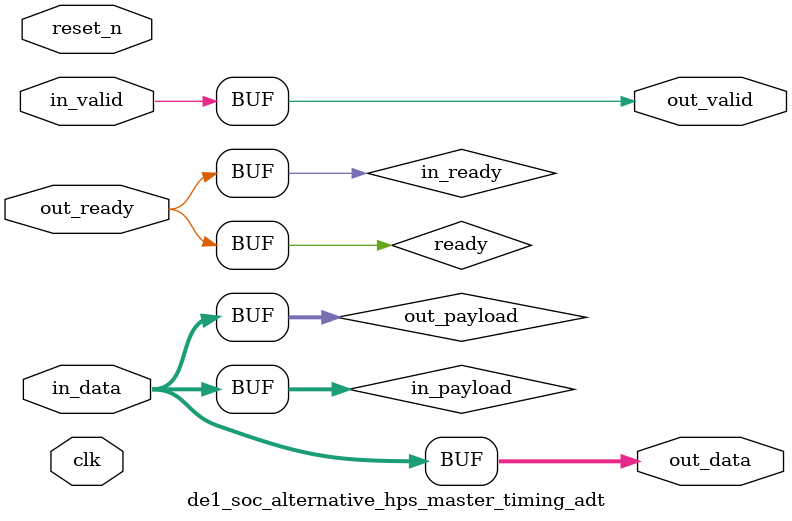
<source format=v>

`timescale 1ns / 100ps
module de1_soc_alternative_hps_master_timing_adt (
    
      // Interface: clk
      input              clk,
      // Interface: reset
      input              reset_n,
      // Interface: in
      input              in_valid,
      input      [ 7: 0] in_data,
      // Interface: out
      output reg         out_valid,
      output reg [ 7: 0] out_data,
      input              out_ready
);




   // ---------------------------------------------------------------------
   //| Signal Declarations
   // ---------------------------------------------------------------------

   reg  [ 7: 0] in_payload;
   reg  [ 7: 0] out_payload;
   reg  [ 0: 0] ready;
   reg          in_ready;
   // synthesis translate_off
   always @(negedge in_ready) begin
      $display("%m: The downstream component is backpressuring by deasserting ready, but the upstream component can't be backpressured.");
   end
   // synthesis translate_on   


   // ---------------------------------------------------------------------
   //| Payload Mapping
   // ---------------------------------------------------------------------
   always @* begin
     in_payload = {in_data};
     {out_data} = out_payload;
   end

   // ---------------------------------------------------------------------
   //| Ready & valid signals.
   // ---------------------------------------------------------------------
   always @* begin
     ready[0] = out_ready;
     out_valid = in_valid;
     out_payload = in_payload;
     in_ready = ready[0];
   end




endmodule


</source>
